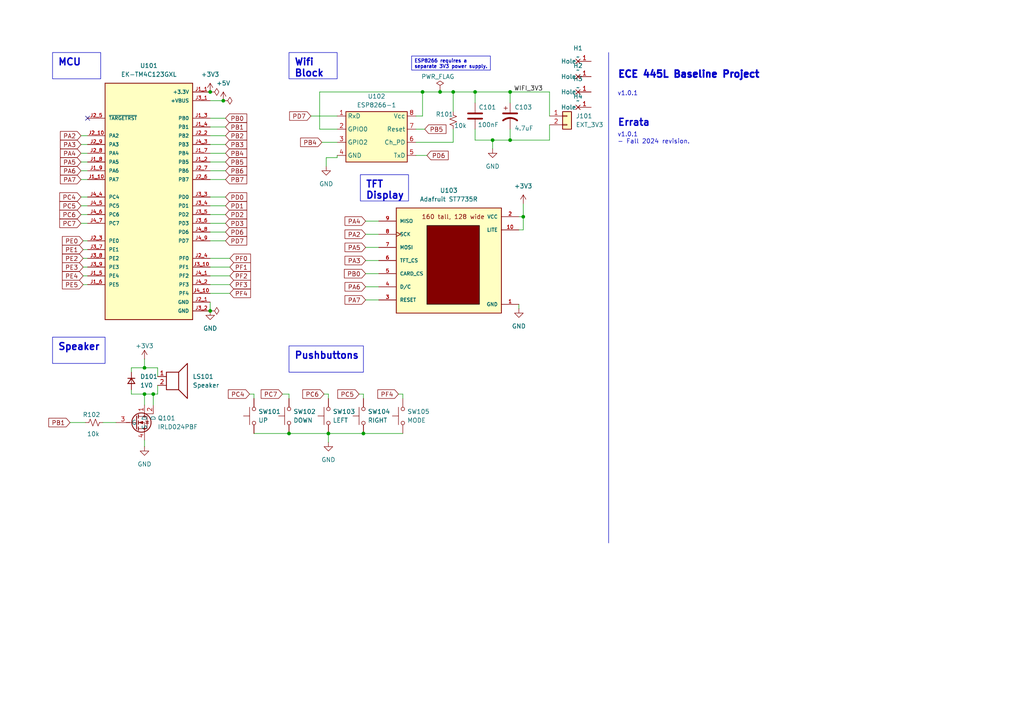
<source format=kicad_sch>
(kicad_sch (version 20231120) (generator "eeschema") (generator_version "8.0")
  (paper "A4")
  (title_block (title "ECE 445L Baseline Project") (date "2024-08-07") (rev "v1.0.1") (company "The University of Texas at Austin"))
  (lib_symbols
    (symbol "Connector_Generic:Conn_01x02" (pin_names (offset 1.016) hide)
      (property "Reference" "J" (at 0 2.54 0))
      (property "Value" "Conn_01x02" (at 0 -5.08 0))
      (symbol "Conn_01x02_1_1"
        (rectangle (start -1.27 -2.413) (end 0 -2.667) (stroke (width 0.1524)))
        (rectangle (start -1.27 0.127) (end 0 -0.127) (stroke (width 0.1524)))
        (rectangle (start -1.27 1.27) (end 1.27 -3.81) (stroke (width 0.254)) (fill (type background)))
        (pin passive line (at -5.08 0 0) (length 3.81) (name "Pin_1") (number "1"))
        (pin passive line (at -5.08 -2.54 0) (length 3.81) (name "Pin_2") (number "2"))
      )
    )
    (symbol "Device:D_Small" (pin_numbers hide) (pin_names (offset 0.254) hide)
      (property "Reference" "D" (at -1.27 2.032 0))
      (property "Value" "D_Small" (at -3.81 -2.032 0))
      (symbol "D_Small_0_1"
        (polyline (pts (xy -0.762 -1.016) (xy -0.762 1.016)) (stroke (width 0.254)))
        (polyline (pts (xy -0.762 0) (xy 0.762 0)))
        (polyline (pts (xy 0.762 -1.016) (xy -0.762 0) (xy 0.762 1.016) (xy 0.762 -1.016)) (stroke (width 0.254)))
      )
      (symbol "D_Small_1_1"
        (pin passive line (at -2.54 0 0) (length 1.778) (name "K") (number "1"))
        (pin passive line (at 2.54 0 180) (length 1.778) (name "A") (number "2"))
      )
    )
    (symbol "Device:Speaker" (pin_names (offset 0) hide)
      (property "Reference" "LS" (at 1.27 5.715 0))
      (property "Value" "Speaker" (at 1.27 3.81 0))
      (symbol "Speaker_0_0"
        (rectangle (start -2.54 1.27) (end 1.016 -3.81) (stroke (width 0.254)))
        (polyline (pts (xy 1.016 1.27) (xy 3.556 3.81) (xy 3.556 -6.35) (xy 1.016 -3.81)) (stroke (width 0.254)))
      )
      (symbol "Speaker_1_1"
        (pin input line (at -5.08 0 0) (length 2.54) (name "1") (number "1"))
        (pin input line (at -5.08 -2.54 0) (length 2.54) (name "2") (number "2"))
      )
    )
    (symbol "ECE445L:Adafruit_ST7735R" (pin_names (offset 1.016))
      (property "Reference" "U?" (at -15.24 16.002 0))
      (property "Value" "Adafruit ST7735R" (at -15.24 -17.78 0))
      (symbol "Adafruit_ST7735R_0_0"
        (rectangle (start -15.24 15.24) (end 15.24 -15.24) (stroke (width 0.254)) (fill (type background)))
      )
      (symbol "Adafruit_ST7735R_1_0"
        (pin power_in line (at 20.32 -12.7 180) (length 5.08) (name "GND") (number "1"))
        (pin power_in line (at 20.32 8.89 180) (length 5.08) (name "LITE") (number "10"))
        (pin power_in line (at 20.32 12.7 180) (length 5.08) (name "VCC") (number "2"))
        (pin input line (at -20.32 -11.43 0) (length 5.08) (name "RESET") (number "3"))
        (pin input line (at -20.32 -7.62 0) (length 5.08) (name "D/C") (number "4"))
        (pin input line (at -20.32 -3.81 0) (length 5.08) (name "CARD_CS") (number "5"))
        (pin input line (at -20.32 0 0) (length 5.08) (name "TFT_CS") (number "6"))
        (pin input line (at -20.32 3.81 0) (length 5.08) (name "MOSI") (number "7"))
        (pin input clock (at -20.32 7.62 0) (length 5.08) (name "SCK") (number "8"))
        (pin output line (at -20.32 11.43 0) (length 5.08) (name "MISO") (number "9"))
      )
      (symbol "Adafruit_ST7735R_1_1"
        (rectangle (start -6.35 10.16) (end 8.89 -12.7) (stroke (width 0) (color 0 0 0 1)) (fill (type color) (color 132 0 0 1)))
        (text "160 tall, 128 wide" (at 1.27 12.7 0) (effects (font (size 1.27 1.27))))
      )
    )
    (symbol "ECE445L:C" (pin_numbers hide) (pin_names (offset 0.254))
      (property "Reference" "C" (at 0.635 2.54 0))
      (property "Value" "C" (at 0.635 -2.54 0))
      (symbol "C_0_1"
        (polyline (pts (xy -2.032 -0.762) (xy 2.032 -0.762)) (stroke (width 0.508)))
        (polyline (pts (xy -2.032 0.762) (xy 2.032 0.762)) (stroke (width 0.508)))
      )
      (symbol "C_1_1"
        (pin passive line (at 0 3.81 270) (length 2.794) (name "~") (number "1"))
        (pin passive line (at 0 -3.81 90) (length 2.794) (name "~") (number "2"))
      )
    )
    (symbol "ECE445L:C_Polarized" (pin_numbers hide) (pin_names (offset 0.254) hide)
      (property "Reference" "C" (at 0.635 2.54 0))
      (property "Value" "C_Polarized" (at 0.635 -2.54 0))
      (symbol "C_Polarized_0_1"
        (polyline (pts (xy -2.032 0.762) (xy 2.032 0.762)) (stroke (width 0.508)))
        (polyline (pts (xy -1.778 2.286) (xy -0.762 2.286)))
        (polyline (pts (xy -1.27 1.778) (xy -1.27 2.794)))
        (arc (start 2.032 -1.27) (mid 0 -0.5572) (end -2.032 -1.27) (stroke (width 0.508)))
      )
      (symbol "C_Polarized_1_1"
        (pin passive line (at 0 3.81 270) (length 2.794) (name "~") (number "1"))
        (pin passive line (at 0 -3.81 90) (length 3.302) (name "~") (number "2"))
      )
    )
    (symbol "ECE445L:EK-TM4C123GXL" (pin_names (offset 1.016))
      (property "Reference" "U?" (at -12.7367 34.3099 0))
      (property "Value" "EK-TM4C123GXL" (at -12.7129 -38.1075 0))
      (symbol "EK-TM4C123GXL_0_0"
        (rectangle (start -12.7 -35.56) (end 12.7 33.02) (stroke (width 0.254)) (fill (type background)))
        (pin power_in line (at 17.78 30.48 180) (length 5.08) (name "+3.3V") (number "J1_1"))
        (pin bidirectional line (at -17.78 5.08 0) (length 5.08) (name "PA7") (number "J1_10"))
        (pin bidirectional line (at 17.78 22.86 180) (length 5.08) (name "PB0") (number "J1_3"))
        (pin bidirectional line (at 17.78 20.32 180) (length 5.08) (name "PB1") (number "J1_4"))
        (pin bidirectional line (at -17.78 -22.86 0) (length 5.08) (name "PE4") (number "J1_5"))
        (pin bidirectional line (at -17.78 -25.4 0) (length 5.08) (name "PE5") (number "J1_6"))
        (pin bidirectional line (at 17.78 12.7 180) (length 5.08) (name "PB4") (number "J1_7"))
        (pin bidirectional line (at -17.78 10.16 0) (length 5.08) (name "PA5") (number "J1_8"))
        (pin bidirectional line (at -17.78 7.62 0) (length 5.08) (name "PA6") (number "J1_9"))
        (pin power_in line (at 17.78 -30.48 180) (length 5.08) (name "GND") (number "J2_1"))
        (pin bidirectional line (at -17.78 17.78 0) (length 5.08) (name "PA2") (number "J2_10"))
        (pin bidirectional line (at 17.78 17.78 180) (length 5.08) (name "PB2") (number "J2_2"))
        (pin bidirectional line (at -17.78 -12.7 0) (length 5.08) (name "PE0") (number "J2_3"))
        (pin bidirectional line (at 17.78 -17.78 180) (length 5.08) (name "PF0") (number "J2_4"))
        (pin input line (at -17.78 22.86 0) (length 5.08) (name "~{TARGETRST}") (number "J2_5"))
        (pin bidirectional line (at 17.78 5.08 180) (length 5.08) (name "PB7") (number "J2_6"))
        (pin bidirectional line (at 17.78 7.62 180) (length 5.08) (name "PB6") (number "J2_7"))
        (pin bidirectional line (at -17.78 12.7 0) (length 5.08) (name "PA4") (number "J2_8"))
        (pin bidirectional line (at -17.78 15.24 0) (length 5.08) (name "PA3") (number "J2_9"))
        (pin power_in line (at 17.78 27.94 180) (length 5.08) (name "+VBUS") (number "J3_1"))
        (pin bidirectional line (at 17.78 -20.32 180) (length 5.08) (name "PF1") (number "J3_10"))
        (pin power_in line (at 17.78 -33.02 180) (length 5.08) (name "GND") (number "J3_2"))
        (pin bidirectional line (at 17.78 0 180) (length 5.08) (name "PD0") (number "J3_3"))
        (pin bidirectional line (at 17.78 -2.54 180) (length 5.08) (name "PD1") (number "J3_4"))
        (pin bidirectional line (at 17.78 -5.08 180) (length 5.08) (name "PD2") (number "J3_5"))
        (pin bidirectional line (at 17.78 -7.62 180) (length 5.08) (name "PD3") (number "J3_6"))
        (pin bidirectional line (at -17.78 -15.24 0) (length 5.08) (name "PE1") (number "J3_7"))
        (pin bidirectional line (at -17.78 -17.78 0) (length 5.08) (name "PE2") (number "J3_8"))
        (pin bidirectional line (at -17.78 -20.32 0) (length 5.08) (name "PE3") (number "J3_9"))
        (pin bidirectional line (at 17.78 -22.86 180) (length 5.08) (name "PF2") (number "J4_1"))
        (pin bidirectional line (at 17.78 -27.94 180) (length 5.08) (name "PF4") (number "J4_10"))
        (pin bidirectional line (at 17.78 -25.4 180) (length 5.08) (name "PF3") (number "J4_2"))
        (pin bidirectional line (at 17.78 15.24 180) (length 5.08) (name "PB3") (number "J4_3"))
        (pin bidirectional line (at -17.78 0 0) (length 5.08) (name "PC4") (number "J4_4"))
        (pin bidirectional line (at -17.78 -2.54 0) (length 5.08) (name "PC5") (number "J4_5"))
        (pin bidirectional line (at -17.78 -5.08 0) (length 5.08) (name "PC6") (number "J4_6"))
        (pin bidirectional line (at -17.78 -7.62 0) (length 5.08) (name "PC7") (number "J4_7"))
        (pin bidirectional line (at 17.78 -10.16 180) (length 5.08) (name "PD6") (number "J4_8"))
        (pin bidirectional line (at 17.78 -12.7 180) (length 5.08) (name "PD7") (number "J4_9"))
      )
      (symbol "EK-TM4C123GXL_1_0"
        (pin bidirectional line (at 17.78 10.16 180) (length 5.08) (name "PB5") (number "J1_2"))
      )
    )
    (symbol "ECE445L:ESP8266-1"
      (property "Reference" "U" (at 0 0 0))
      (property "Value" "ESP8266-1" (at 0 8.255 0))
      (symbol "ESP8266-1_1_1"
        (rectangle (start -8.255 6.985) (end 9.525 -7.62) (stroke (width 0.254)) (fill (type background)))
        (pin passive line (at -10.795 5.715 0) (length 2.54) (name "RxD") (number "1"))
        (pin passive line (at -10.795 1.905 0) (length 2.54) (name "GPIO0") (number "2"))
        (pin passive line (at -10.795 -1.905 0) (length 2.54) (name "GPIO2") (number "3"))
        (pin passive line (at -10.795 -5.715 0) (length 2.54) (name "GND") (number "4"))
        (pin passive line (at 12.065 -5.715 180) (length 2.54) (name "TxD") (number "5"))
        (pin passive line (at 12.065 -1.905 180) (length 2.54) (name "Ch_PD") (number "6"))
        (pin passive line (at 12.065 1.905 180) (length 2.54) (name "Reset") (number "7"))
        (pin passive line (at 12.065 5.715 180) (length 2.54) (name "Vcc") (number "8"))
      )
    )
    (symbol "ECE445L:IRLD024PBF"
      (property "Reference" "Q" (at 6.35 5.715 0))
      (property "Value" "IRLD024PBF" (at 16.51 -1.905 0))
      (symbol "IRLD024PBF_0_1"
        (polyline (pts (xy 11.43 0.635) (xy 8.636 0.635)))
        (polyline (pts (xy 11.684 2.54) (xy 11.684 -1.27)) (stroke (width 0.254)))
        (polyline (pts (xy 12.192 -0.635) (xy 12.192 -1.651)) (stroke (width 0.254)))
        (polyline (pts (xy 12.192 1.143) (xy 12.192 0.127)) (stroke (width 0.254)))
        (polyline (pts (xy 12.192 2.921) (xy 12.192 1.905)) (stroke (width 0.254)))
        (polyline (pts (xy 13.97 3.175) (xy 13.97 2.413)))
        (polyline (pts (xy 16.51 3.175) (xy 13.97 3.175)))
        (polyline (pts (xy 13.97 -1.905) (xy 13.97 0.635) (xy 12.192 0.635)))
        (polyline (pts (xy 12.192 -1.143) (xy 14.732 -1.143) (xy 14.732 2.413) (xy 12.192 2.413)))
        (polyline (pts (xy 12.446 0.635) (xy 13.462 1.016) (xy 13.462 0.254) (xy 12.446 0.635)) (fill (type outline)))
        (polyline (pts (xy 14.224 1.143) (xy 14.351 1.016) (xy 15.113 1.016) (xy 15.24 0.889)))
        (polyline (pts (xy 14.732 1.016) (xy 14.351 0.381) (xy 15.113 0.381) (xy 14.732 1.016)))
        (circle (center 13.081 0.635) (radius 2.794) (stroke (width 0.254)))
        (circle (center 13.97 -1.143) (radius 0.254) (fill (type outline)))
        (circle (center 13.97 2.413) (radius 0.254) (fill (type outline)))
      )
      (symbol "IRLD024PBF_1_1"
        (pin passive line (at 13.97 5.715 270) (length 2.54) (name "D") (number "1"))
        (pin passive line (at 16.51 5.715 270) (length 2.54) (name "D") (number "2"))
        (pin input line (at 5.715 0.635 0) (length 4) (name "G") (number "3"))
        (pin passive line (at 13.97 -4.445 90) (length 2.54) (name "S") (number "4"))
      )
    )
    (symbol "ECE445L:MountingHole"
      (property "Reference" "H" (at 0 0 0))
      (symbol "MountingHole_1_1"
        (pin power_in non_logic (at 0 0 180) (length 3.81) (name "Hole") (number "1"))
      )
    )
    (symbol "ECE445L:R_0.125W" (pin_numbers hide) (pin_names (offset 0.254) hide)
      (property "Reference" "R" (at 0.762 0.508 0))
      (property "Value" "R_0.125W" (at 0.762 -1.016 0))
      (symbol "R_0.125W_1_1"
        (polyline (pts (xy 0 0) (xy 1.016 -0.381) (xy 0 -0.762) (xy -1.016 -1.143) (xy 0 -1.524)))
        (polyline (pts (xy 0 1.524) (xy 1.016 1.143) (xy 0 0.762) (xy -1.016 0.381) (xy 0 0)))
        (pin passive line (at 0 2.54 270) (length 1.016) (name "~") (number "1"))
        (pin passive line (at 0 -2.54 90) (length 1.016) (name "~") (number "2"))
      )
    )
    (symbol "Switch:SW_Push" (pin_numbers hide) (pin_names (offset 1.016) hide)
      (property "Reference" "SW" (at 1.27 2.54 0))
      (property "Value" "SW_Push" (at 0 -1.524 0))
      (symbol "SW_Push_0_1"
        (circle (center -2.032 0) (radius 0.508))
        (polyline (pts (xy 0 1.27) (xy 0 3.048)))
        (polyline (pts (xy 2.54 1.27) (xy -2.54 1.27)))
        (circle (center 2.032 0) (radius 0.508))
        (pin passive line (at -5.08 0 0) (length 2.54) (name "1") (number "1"))
        (pin passive line (at 5.08 0 180) (length 2.54) (name "2") (number "2"))
      )
    )
    (symbol "power:+3V3" (power) (pin_numbers hide) (pin_names (offset 0) hide)
      (property "Value" "+3V3" (at 0 3.556 0))
      (symbol "+3V3_0_1"
        (polyline (pts (xy -0.762 1.27) (xy 0 2.54)))
        (polyline (pts (xy 0 0) (xy 0 2.54)))
        (polyline (pts (xy 0 2.54) (xy 0.762 1.27)))
      )
      (symbol "+3V3_1_1"
        (pin power_in line (at 0 0 90) (length 0) (name "~") (number "1"))
      )
    )
    (symbol "power:+5V" (power) (pin_numbers hide) (pin_names (offset 0) hide)
      (property "Value" "+5V" (at 0 3.556 0))
      (symbol "+5V_0_1"
        (polyline (pts (xy -0.762 1.27) (xy 0 2.54)))
        (polyline (pts (xy 0 0) (xy 0 2.54)))
        (polyline (pts (xy 0 2.54) (xy 0.762 1.27)))
      )
      (symbol "+5V_1_1"
        (pin power_in line (at 0 0 90) (length 0) (name "~") (number "1"))
      )
    )
    (symbol "power:GND" (power) (pin_numbers hide) (pin_names (offset 0) hide)
      (property "Value" "GND" (at 0 -3.81 0))
      (symbol "GND_0_1"
        (polyline (pts (xy 0 0) (xy 0 -1.27) (xy 1.27 -1.27) (xy 0 -2.54) (xy -1.27 -1.27) (xy 0 -1.27)))
      )
      (symbol "GND_1_1"
        (pin power_in line (at 0 0 270) (length 0) (name "~") (number "1"))
      )
    )
    (symbol "power:PWR_FLAG" (power) (pin_numbers hide) (pin_names (offset 0) hide)
      (property "Value" "PWR_FLAG" (at 0 3.81 0))
      (symbol "PWR_FLAG_0_0"
        (pin power_out line (at 0 0 90) (length 0) (name "~") (number "1"))
      )
      (symbol "PWR_FLAG_0_1"
        (polyline (pts (xy 0 0) (xy 0 1.27) (xy -1.016 1.905) (xy 0 2.54) (xy 1.016 1.905) (xy 0 1.27)))
      )
    )
  )
  (junction (at 60.96 26.67))
  (junction (at 95.25 125.73))
  (junction (at 127.635 26.67))
  (junction (at 147.955 26.67))
  (junction (at 41.91 106.68))
  (junction (at 44.45 114.3))
  (junction (at 122.555 26.67))
  (junction (at 137.795 26.67))
  (junction (at 147.955 40.64))
  (junction (at 60.96 90.17))
  (junction (at 41.91 114.3))
  (junction (at 142.875 40.64))
  (junction (at 131.445 26.67))
  (junction (at 83.82 125.73))
  (junction (at 105.41 125.73))
  (junction (at 151.765 62.865))
  (junction (at 64.77 29.21))
  (no_connect (at 25.4 34.29))
  (wire (pts (xy 60.96 41.91) (xy 65.405 41.91)))
  (wire (pts (xy 106.045 71.755) (xy 109.855 71.755)))
  (wire (pts (xy 93.345 41.275) (xy 97.79 41.275)))
  (wire (pts (xy 81.915 114.3) (xy 83.82 114.3)))
  (wire (pts (xy 73.66 114.3) (xy 73.66 115.57)))
  (wire (pts (xy 116.84 114.3) (xy 116.84 115.57)))
  (wire (pts (xy 60.96 52.07) (xy 65.405 52.07)))
  (wire (pts (xy 60.96 36.83) (xy 65.405 36.83)))
  (wire (pts (xy 95.25 125.73) (xy 95.25 128.27)))
  (wire (pts (xy 20.32 122.555) (xy 24.765 122.555)))
  (wire (pts (xy 38.1 106.68) (xy 41.91 106.68)))
  (wire (pts (xy 94.615 45.72) (xy 94.615 48.26)))
  (wire (pts (xy 106.045 79.375) (xy 109.855 79.375)))
  (wire (pts (xy 60.96 69.85) (xy 65.405 69.85)))
  (wire (pts (xy 131.445 41.275) (xy 131.445 37.465)))
  (wire (pts (xy 23.495 64.77) (xy 25.4 64.77)))
  (wire (pts (xy 147.955 40.64) (xy 159.385 40.64)))
  (wire (pts (xy 120.65 45.085) (xy 123.825 45.085)))
  (wire (pts (xy 60.96 77.47) (xy 66.675 77.47)))
  (wire (pts (xy 45.72 111.76) (xy 45.72 114.3)))
  (wire (pts (xy 92.71 26.67) (xy 92.71 37.465)))
  (wire (pts (xy 106.045 75.565) (xy 109.855 75.565)))
  (wire (pts (xy 24.13 77.47) (xy 25.4 77.47)))
  (wire (pts (xy 73.66 125.73) (xy 83.82 125.73)))
  (wire (pts (xy 23.495 62.23) (xy 25.4 62.23)))
  (wire (pts (xy 97.79 45.72) (xy 94.615 45.72)))
  (wire (pts (xy 23.495 41.91) (xy 25.4 41.91)))
  (wire (pts (xy 142.875 40.64) (xy 137.795 40.64)))
  (wire (pts (xy 41.91 104.14) (xy 41.91 106.68)))
  (wire (pts (xy 29.845 122.555) (xy 33.655 122.555)))
  (wire (pts (xy 60.96 39.37) (xy 65.405 39.37)))
  (wire (pts (xy 60.96 87.63) (xy 60.96 90.17)))
  (wire (pts (xy 41.91 114.3) (xy 44.45 114.3)))
  (wire (pts (xy 131.445 26.67) (xy 127.635 26.67)))
  (wire (pts (xy 24.13 72.39) (xy 25.4 72.39)))
  (wire (pts (xy 72.39 114.3) (xy 73.66 114.3)))
  (wire (pts (xy 38.1 106.68) (xy 38.1 107.95)))
  (wire (pts (xy 60.96 85.09) (xy 66.675 85.09)))
  (wire (pts (xy 24.13 69.85) (xy 25.4 69.85)))
  (wire (pts (xy 38.1 114.3) (xy 41.91 114.3)))
  (wire (pts (xy 127.635 26.035) (xy 127.635 26.67)))
  (wire (pts (xy 23.495 49.53) (xy 25.4 49.53)))
  (wire (pts (xy 60.96 80.01) (xy 66.675 80.01)))
  (wire (pts (xy 120.65 33.655) (xy 122.555 33.655)))
  (wire (pts (xy 60.96 34.29) (xy 65.405 34.29)))
  (wire (pts (xy 151.765 59.055) (xy 151.765 62.865)))
  (wire (pts (xy 115.57 114.3) (xy 116.84 114.3)))
  (wire (pts (xy 24.13 80.01) (xy 25.4 80.01)))
  (wire (pts (xy 106.045 67.945) (xy 109.855 67.945)))
  (wire (pts (xy 83.82 114.3) (xy 83.82 115.57)))
  (wire (pts (xy 97.79 45.085) (xy 97.79 45.72)))
  (wire (pts (xy 23.495 39.37) (xy 25.4 39.37)))
  (wire (pts (xy 83.82 125.73) (xy 95.25 125.73)))
  (wire (pts (xy 104.14 114.3) (xy 105.41 114.3)))
  (wire (pts (xy 120.65 37.465) (xy 123.19 37.465)))
  (wire (pts (xy 23.495 44.45) (xy 25.4 44.45)))
  (wire (pts (xy 90.17 33.655) (xy 97.79 33.655)))
  (wire (pts (xy 60.96 29.21) (xy 64.77 29.21)))
  (wire (pts (xy 142.875 40.64) (xy 147.955 40.64)))
  (wire (pts (xy 137.795 26.67) (xy 131.445 26.67)))
  (wire (pts (xy 106.045 64.135) (xy 109.855 64.135)))
  (polyline (pts (xy 176.53 15.24) (xy 176.53 157.48)))
  (wire (pts (xy 24.13 82.55) (xy 25.4 82.55)))
  (wire (pts (xy 23.495 52.07) (xy 25.4 52.07)))
  (wire (pts (xy 106.045 83.185) (xy 109.855 83.185)))
  (wire (pts (xy 151.765 66.675) (xy 151.765 62.865)))
  (wire (pts (xy 147.955 26.67) (xy 137.795 26.67)))
  (wire (pts (xy 106.045 86.995) (xy 109.855 86.995)))
  (wire (pts (xy 44.45 114.3) (xy 45.72 114.3)))
  (wire (pts (xy 23.495 46.99) (xy 25.4 46.99)))
  (wire (pts (xy 93.98 114.3) (xy 95.25 114.3)))
  (wire (pts (xy 127.635 26.67) (xy 122.555 26.67)))
  (wire (pts (xy 105.41 125.73) (xy 116.84 125.73)))
  (wire (pts (xy 150.495 66.675) (xy 151.765 66.675)))
  (wire (pts (xy 137.795 40.64) (xy 137.795 37.465)))
  (wire (pts (xy 159.385 36.195) (xy 159.385 40.64)))
  (wire (pts (xy 97.79 37.465) (xy 92.71 37.465)))
  (wire (pts (xy 60.96 64.77) (xy 65.405 64.77)))
  (wire (pts (xy 150.495 88.265) (xy 150.495 89.535)))
  (wire (pts (xy 137.795 26.67) (xy 137.795 29.845)))
  (wire (pts (xy 120.65 41.275) (xy 131.445 41.275)))
  (wire (pts (xy 41.91 114.3) (xy 41.91 117.475)))
  (wire (pts (xy 142.875 43.18) (xy 142.875 40.64)))
  (wire (pts (xy 95.25 114.3) (xy 95.25 115.57)))
  (wire (pts (xy 122.555 33.655) (xy 122.555 26.67)))
  (wire (pts (xy 60.96 82.55) (xy 66.675 82.55)))
  (wire (pts (xy 60.96 74.93) (xy 66.675 74.93)))
  (wire (pts (xy 105.41 114.3) (xy 105.41 115.57)))
  (wire (pts (xy 95.25 125.73) (xy 105.41 125.73)))
  (wire (pts (xy 131.445 26.67) (xy 131.445 32.385)))
  (wire (pts (xy 44.45 114.3) (xy 44.45 117.475)))
  (wire (pts (xy 60.96 44.45) (xy 65.405 44.45)))
  (wire (pts (xy 60.96 67.31) (xy 65.405 67.31)))
  (wire (pts (xy 60.96 57.15) (xy 65.405 57.15)))
  (wire (pts (xy 23.495 57.15) (xy 25.4 57.15)))
  (wire (pts (xy 45.72 106.68) (xy 45.72 109.22)))
  (wire (pts (xy 41.91 127.635) (xy 41.91 129.54)))
  (wire (pts (xy 147.955 40.64) (xy 147.955 37.465)))
  (wire (pts (xy 60.96 59.69) (xy 65.405 59.69)))
  (wire (pts (xy 147.955 26.67) (xy 147.955 29.845)))
  (wire (pts (xy 122.555 26.67) (xy 92.71 26.67)))
  (wire (pts (xy 23.495 59.69) (xy 25.4 59.69)))
  (wire (pts (xy 60.96 46.99) (xy 65.405 46.99)))
  (wire (pts (xy 159.385 26.67) (xy 159.385 33.655)))
  (wire (pts (xy 150.495 62.865) (xy 151.765 62.865)))
  (wire (pts (xy 60.96 62.23) (xy 65.405 62.23)))
  (wire (pts (xy 41.91 106.68) (xy 45.72 106.68)))
  (wire (pts (xy 60.96 49.53) (xy 65.405 49.53)))
  (wire (pts (xy 24.13 74.93) (xy 25.4 74.93)))
  (wire (pts (xy 159.385 26.67) (xy 147.955 26.67)))
  (wire (pts (xy 38.1 114.3) (xy 38.1 113.03)))
  (text_box "MCU" (at 15.24 15.24 0) (size 13.97 7.62) (effects (font (size 2 2) (thickness 0.4) (bold yes)) (justify left top)))
  (text_box "ESP8266 requires a separate 3V3 power supply." (at 119.38 16.256 0) (size 22.86 4.064) (effects (font (size 1 1) (bold yes)) (justify left top)))
  (text_box "Speaker" (at 15.24 97.79 0) (size 15.24 7.62) (effects (font (size 2 2) (thickness 0.4) (bold yes)) (justify left top)))
  (text_box "Pushbuttons" (at 83.82 100.33 0) (size 21.59 7.62) (effects (font (size 2 2) (thickness 0.4) (bold yes)) (justify left top)))
  (text_box "TFT Display" (at 104.521 50.673 0) (size 13.97 7.62) (effects (font (size 2 2) (thickness 0.4) (bold yes)) (justify left top)))
  (text_box "Wifi Block" (at 83.82 15.24 0) (size 13.97 7.62) (effects (font (size 2 2) (thickness 0.4) (bold yes)) (justify left top)))
  (text "v1.0.1\n- Fall 2024 revision." (at 179.07 41.91 0) (effects (font (size 1.27 1.27)) (justify left bottom)))
  (text "ECE 445L Baseline Project" (at 179.07 22.86 0) (effects (font (size 2 2) (thickness 0.6) (bold yes)) (justify left bottom)))
  (text "v1.0.1" (at 179.07 27.94 0) (effects (font (size 1.27 1.27)) (justify left bottom)))
  (text "Errata" (at 179.07 36.83 0) (effects (font (size 2 2) (thickness 0.4) (bold yes)) (justify left bottom)))
  (label "WIFI_3V3" (at 157.48 26.67 180))
  (global_label "PC5" (shape input) (at 23.495 59.69 180) (property "Intersheetrefs" "${INTERSHEET_REFS}" (effects (hide yes))))
  (global_label "PB6" (shape input) (at 65.405 49.53 0) (property "Intersheetrefs" "${INTERSHEET_REFS}" (effects (hide yes))))
  (global_label "PB2" (shape input) (at 65.405 39.37 0) (property "Intersheetrefs" "${INTERSHEET_REFS}" (effects (hide yes))))
  (global_label "PA7" (shape input) (at 23.495 52.07 180) (property "Intersheetrefs" "${INTERSHEET_REFS}" (effects (hide yes))))
  (global_label "PA4" (shape input) (at 23.495 44.45 180) (property "Intersheetrefs" "${INTERSHEET_REFS}" (effects (hide yes))))
  (global_label "PB5" (shape input) (at 65.405 46.99 0) (property "Intersheetrefs" "${INTERSHEET_REFS}" (effects (hide yes))))
  (global_label "PB3" (shape input) (at 65.405 41.91 0) (property "Intersheetrefs" "${INTERSHEET_REFS}" (effects (hide yes))))
  (global_label "PD7" (shape input) (at 65.405 69.85 0) (property "Intersheetrefs" "${INTERSHEET_REFS}" (effects (hide yes))))
  (global_label "PE0" (shape input) (at 24.13 69.85 180) (property "Intersheetrefs" "${INTERSHEET_REFS}" (effects (hide yes))))
  (global_label "PD1" (shape input) (at 65.405 59.69 0) (property "Intersheetrefs" "${INTERSHEET_REFS}" (effects (hide yes))))
  (global_label "PF4" (shape input) (at 66.675 85.09 0) (property "Intersheetrefs" "${INTERSHEET_REFS}" (effects (hide yes))))
  (global_label "PE3" (shape input) (at 24.13 77.47 180) (property "Intersheetrefs" "${INTERSHEET_REFS}" (effects (hide yes))))
  (global_label "PC7" (shape input) (at 23.495 64.77 180) (property "Intersheetrefs" "${INTERSHEET_REFS}" (effects (hide yes))))
  (global_label "PA2" (shape input) (at 106.045 67.945 180) (property "Intersheetrefs" "${INTERSHEET_REFS}" (effects (hide yes))))
  (global_label "PD7" (shape input) (at 90.17 33.655 180) (property "Intersheetrefs" "${INTERSHEET_REFS}" (effects (hide yes))))
  (global_label "PB4" (shape input) (at 93.345 41.275 180) (property "Intersheetrefs" "${INTERSHEET_REFS}" (effects (hide yes))))
  (global_label "PC7" (shape input) (at 81.915 114.3 180) (property "Intersheetrefs" "${INTERSHEET_REFS}" (effects (hide yes))))
  (global_label "PE2" (shape input) (at 24.13 74.93 180) (property "Intersheetrefs" "${INTERSHEET_REFS}" (effects (hide yes))))
  (global_label "PA3" (shape input) (at 23.495 41.91 180) (property "Intersheetrefs" "${INTERSHEET_REFS}" (effects (hide yes))))
  (global_label "PE4" (shape input) (at 24.13 80.01 180) (property "Intersheetrefs" "${INTERSHEET_REFS}" (effects (hide yes))))
  (global_label "PC4" (shape input) (at 23.495 57.15 180) (property "Intersheetrefs" "${INTERSHEET_REFS}" (effects (hide yes))))
  (global_label "PB0" (shape input) (at 65.405 34.29 0) (property "Intersheetrefs" "${INTERSHEET_REFS}" (effects (hide yes))))
  (global_label "PE1" (shape input) (at 24.13 72.39 180) (property "Intersheetrefs" "${INTERSHEET_REFS}" (effects (hide yes))))
  (global_label "PF3" (shape input) (at 66.675 82.55 0) (property "Intersheetrefs" "${INTERSHEET_REFS}" (effects (hide yes))))
  (global_label "PC4" (shape input) (at 72.39 114.3 180) (property "Intersheetrefs" "${INTERSHEET_REFS}" (effects (hide yes))))
  (global_label "PD3" (shape input) (at 65.405 64.77 0) (property "Intersheetrefs" "${INTERSHEET_REFS}" (effects (hide yes))))
  (global_label "PC6" (shape input) (at 93.98 114.3 180) (property "Intersheetrefs" "${INTERSHEET_REFS}" (effects (hide yes))))
  (global_label "PD0" (shape input) (at 65.405 57.15 0) (property "Intersheetrefs" "${INTERSHEET_REFS}" (effects (hide yes))))
  (global_label "PB7" (shape input) (at 65.405 52.07 0) (property "Intersheetrefs" "${INTERSHEET_REFS}" (effects (hide yes))))
  (global_label "PD6" (shape input) (at 123.825 45.085 0) (property "Intersheetrefs" "${INTERSHEET_REFS}" (effects (hide yes))))
  (global_label "PA2" (shape input) (at 23.495 39.37 180) (property "Intersheetrefs" "${INTERSHEET_REFS}" (effects (hide yes))))
  (global_label "PA7" (shape input) (at 106.045 86.995 180) (property "Intersheetrefs" "${INTERSHEET_REFS}" (effects (hide yes))))
  (global_label "PB1" (shape input) (at 20.32 122.555 180) (property "Intersheetrefs" "${INTERSHEET_REFS}" (effects (hide yes))))
  (global_label "PA6" (shape input) (at 106.045 83.185 180) (property "Intersheetrefs" "${INTERSHEET_REFS}" (effects (hide yes))))
  (global_label "PF0" (shape input) (at 66.675 74.93 0) (property "Intersheetrefs" "${INTERSHEET_REFS}" (effects (hide yes))))
  (global_label "PC6" (shape input) (at 23.495 62.23 180) (property "Intersheetrefs" "${INTERSHEET_REFS}" (effects (hide yes))))
  (global_label "PC5" (shape input) (at 104.14 114.3 180) (property "Intersheetrefs" "${INTERSHEET_REFS}" (effects (hide yes))))
  (global_label "PE5" (shape input) (at 24.13 82.55 180) (property "Intersheetrefs" "${INTERSHEET_REFS}" (effects (hide yes))))
  (global_label "PF4" (shape input) (at 115.57 114.3 180) (property "Intersheetrefs" "${INTERSHEET_REFS}" (effects (hide yes))))
  (global_label "PB5" (shape input) (at 123.19 37.465 0) (property "Intersheetrefs" "${INTERSHEET_REFS}" (effects (hide yes))))
  (global_label "PA3" (shape input) (at 106.045 75.565 180) (property "Intersheetrefs" "${INTERSHEET_REFS}" (effects (hide yes))))
  (global_label "PD6" (shape input) (at 65.405 67.31 0) (property "Intersheetrefs" "${INTERSHEET_REFS}" (effects (hide yes))))
  (global_label "PA4" (shape input) (at 106.045 64.135 180) (property "Intersheetrefs" "${INTERSHEET_REFS}" (effects (hide yes))))
  (global_label "PF1" (shape input) (at 66.675 77.47 0) (property "Intersheetrefs" "${INTERSHEET_REFS}" (effects (hide yes))))
  (global_label "PB1" (shape input) (at 65.405 36.83 0) (property "Intersheetrefs" "${INTERSHEET_REFS}" (effects (hide yes))))
  (global_label "PA6" (shape input) (at 23.495 49.53 180) (property "Intersheetrefs" "${INTERSHEET_REFS}" (effects (hide yes))))
  (global_label "PA5" (shape input) (at 106.045 71.755 180) (property "Intersheetrefs" "${INTERSHEET_REFS}" (effects (hide yes))))
  (global_label "PD2" (shape input) (at 65.405 62.23 0) (property "Intersheetrefs" "${INTERSHEET_REFS}" (effects (hide yes))))
  (global_label "PF2" (shape input) (at 66.675 80.01 0) (property "Intersheetrefs" "${INTERSHEET_REFS}" (effects (hide yes))))
  (global_label "PB0" (shape input) (at 106.045 79.375 180) (property "Intersheetrefs" "${INTERSHEET_REFS}" (effects (hide yes))))
  (global_label "PB4" (shape input) (at 65.405 44.45 0) (property "Intersheetrefs" "${INTERSHEET_REFS}" (effects (hide yes))))
  (global_label "PA5" (shape input) (at 23.495 46.99 180) (property "Intersheetrefs" "${INTERSHEET_REFS}" (effects (hide yes))))
  (symbol (lib_id "power:PWR_FLAG") (at 60.96 90.17 270) (unit 1)
    (property "Reference" "#FLG0102" (effects (hide yes)))
    (property "Value" "PWR_FLAG" (effects (hide yes)))
    (property "Description" "Special symbol for telling ERC where power comes from" (effects (hide yes)))
  )
  (symbol (lib_id "Device:D_Small") (at 38.1 110.49 270) (unit 1)
    (property "Reference" "D101" (at 40.64 109.22 90) (effects (justify left)))
    (property "Value" "1V0" (at 40.64 111.76 90) (effects (justify left)))
    (property "Footprint" "Diode_THT:D_5W_P12.70mm_Horizontal" (effects (hide yes)))
    (property "Description" "Diode, small symbol" (effects (hide yes)))
    (property "Cost" "0.10 " (effects (hide yes)))
    (property "Distributor" "Mouser" (effects (hide yes)))
    (property "Manufacturer" "onsemi" (effects (hide yes)))
    (property "P/N" "1N914 " (effects (hide yes)))
    (property "Sim.Device" "D" (effects (hide yes)))
    (property "Sim.Pins" "1=K 2=A" (effects (hide yes)))
  )
  (symbol (lib_id "ECE445L:EK-TM4C123GXL") (at 43.18 57.15 0) (unit 1)
    (property "Reference" "U101" (at 43.18 19.05 0))
    (property "Value" "EK-TM4C123GXL" (at 43.18 21.59 0))
    (property "Footprint" "ECE445L:ti_EKTM4C123GXL" (effects (hide yes)))
    (property "Datasheet" "https://www.ti.com/lit/ds/symlink/tm4c123gh6pm.pdf?ts=1693244962384&ref_url=https%253A%252F%252Fwww.google.com%252F" (effects (hide yes)))
    (property "Distributor" "Mouser" (effects (hide yes)))
    (property "Manufacturer" "Texas Instruments" (effects (hide yes)))
    (property "P/N" "EK-TM4C123GXL" (effects (hide yes)))
    (property "Cost" "22.60" (effects (hide yes)))
  )
  (symbol (lib_id "ECE445L:IRLD024PBF") (at 27.94 123.19 0) (unit 1)
    (property "Reference" "Q101" (at 45.72 121.2849 0) (effects (justify left)))
    (property "Value" "IRLD024PBF" (at 45.72 123.8249 0) (effects (justify left)))
    (property "Footprint" "ECE445L:DIP920W60P254L490H457Q4N" (effects (hide yes)))
    (property "Datasheet" "http://www.vishay.com/docs/91308/sihld24.pdf" (effects (hide yes)))
    (property "Description" "Vishay IRLD024PBF N-channel MOSFET Transistor, 2.5 A, 60 V, 4-Pin HVMDIP" (effects (hide yes)))
    (property "Cost" "1.67" (effects (hide yes)))
    (property "Distributor" "Mouser" (effects (hide yes)))
    (property "Manufacturer" "Vishay" (effects (hide yes)))
    (property "P/N" "IRLD024PBF" (effects (hide yes)))
    (property "Sim.Device" "NMOS" (effects (hide yes)))
    (property "Sim.Type" "VDMOS" (effects (hide yes)))
    (property "Sim.Pins" "1=D 2=G 3=S" (effects (hide yes)))
    (property "Height" "4.57" (effects (hide yes)))
    (property "Mouser Part Number" "844-IRLD024PBF" (effects (hide yes)))
    (property "Mouser Price/Stock" "https://www.mouser.co.uk/ProductDetail/Vishay-Siliconix/IRLD024PBF?qs=cvaI6ThkwxvrmVanJu5OcQ%3D%3D" (effects (hide yes)))
    (property "Manufacturer_Name" "Vishay" (effects (hide yes)))
    (property "Manufacturer_Part_Number" "IRLD024PBF" (effects (hide yes)))
  )
  (symbol (lib_id "power:PWR_FLAG") (at 64.77 29.21 270) (unit 1)
    (property "Reference" "#FLG0103" (effects (hide yes)))
    (property "Value" "PWR_FLAG" (effects (hide yes)))
    (property "Description" "Special symbol for telling ERC where power comes from" (effects (hide yes)))
  )
  (symbol (lib_id "Switch:SW_Push") (at 73.66 120.65 90) (unit 1)
    (property "Reference" "SW101" (at 74.93 119.38 90) (effects (justify right)))
    (property "Value" "UP" (at 74.93 121.92 90) (effects (justify right)))
    (property "Footprint" "Button_Switch_THT:SW_PUSH_6mm" (effects (hide yes)))
    (property "Description" "Push button switch, generic, two pins" (effects (hide yes)))
  )
  (symbol (lib_id "ECE445L:MountingHole") (at 171.45 22.225 0) (unit 1)
    (property "Reference" "H2" (at 167.64 19.05 0))
    (property "Value" "~" (at 167.64 20.32 0))
    (property "Footprint" "ECE445L:MountingHole_4_40" (effects (hide yes)))
    (property "Description" "Drill hole for 4-40 screw" (effects (hide yes)))
  )
  (symbol (lib_id "Connector_Generic:Conn_01x02") (at 164.465 33.655 0) (unit 1)
    (property "Reference" "J101" (at 167.005 33.655 0) (effects (justify left)))
    (property "Value" "EXT_3V3" (at 167.005 36.195 0) (effects (justify left)))
    (property "Footprint" "Connector_Samtec_HPM_THT:Samtec_HPM-02-01-x-S_Straight_1x02_Pitch5.08mm" (effects (hide yes)))
    (property "Description" "Generic connector, single row, 01x02, script generated (kicad-library-utils/schlib/autogen/connector/)" (effects (hide yes)))
  )
  (symbol (lib_id "ECE445L:C_Polarized") (at 147.955 33.655 0) (unit 1)
    (property "Reference" "C103" (at 149.225 31.115 0) (effects (justify left)))
    (property "Value" "4.7uF" (at 149.225 37.211 0) (effects (justify left)))
    (property "Footprint" "ECE445L:CP_Radial_Tantal200mil" (effects (hide yes)))
    (property "Description" "Polarized capacitor, US symbol" (effects (hide yes)))
  )
  (symbol (lib_id "power:GND") (at 94.615 48.26 0) (unit 1)
    (property "Reference" "#PWR03" (effects (hide yes)))
    (property "Value" "GND" (at 94.615 53.34 0))
    (property "Description" "Power symbol creates a global label with name \"GND\" , ground" (effects (hide yes)))
  )
  (symbol (lib_id "power:+5V") (at 64.77 29.21 0) (unit 1)
    (property "Reference" "#PWR0105" (effects (hide yes)))
    (property "Value" "+5V" (at 64.77 24.13 0))
    (property "Description" "Power symbol creates a global label with name \"+5V\"" (effects (hide yes)))
  )
  (symbol (lib_id "power:GND") (at 95.25 128.27 0) (unit 1)
    (property "Reference" "#PWR0107" (effects (hide yes)))
    (property "Value" "GND" (at 95.25 133.35 0))
    (property "Description" "Power symbol creates a global label with name \"GND\" , ground" (effects (hide yes)))
  )
  (symbol (lib_id "power:GND") (at 150.495 89.535 0) (unit 1)
    (property "Reference" "#PWR02" (effects (hide yes)))
    (property "Value" "GND" (at 150.495 94.615 0))
    (property "Description" "Power symbol creates a global label with name \"GND\" , ground" (effects (hide yes)))
  )
  (symbol (lib_id "ECE445L:C") (at 137.795 33.655 0) (unit 1)
    (property "Reference" "C101" (at 138.811 31.115 0) (effects (justify left)))
    (property "Value" "100nF" (at 138.557 36.195 0) (effects (justify left)))
    (property "Footprint" "ECE445L:C_Axial_200mil" (effects (hide yes)))
    (property "Description" "Unpolarized capacitor" (effects (hide yes)))
  )
  (symbol (lib_id "ECE445L:MountingHole") (at 171.45 26.67 0) (unit 1)
    (property "Reference" "H3" (at 167.64 22.86 0))
    (property "Value" "~" (at 167.64 25.4 0))
    (property "Footprint" "ECE445L:MountingHole_4_40" (effects (hide yes)))
    (property "Description" "Drill hole for 4-40 screw" (effects (hide yes)))
  )
  (symbol (lib_id "ECE445L:R_0.125W") (at 131.445 34.925 0) (unit 1)
    (property "Reference" "R101" (at 126.365 33.147 0) (effects (justify left)))
    (property "Value" "10k" (at 131.699 36.449 0) (effects (justify left)))
    (property "Footprint" "ECE445L:R_Axial_DIN0204_L3.6mm_D1.6mm_P7.62mm_Horizontal" (effects (hide yes)))
    (property "Datasheet" "https://users.ece.utexas.edu/~valvano/mspm0/CarbonFilmresistors.pdf" (effects (hide yes)))
    (property "Description" "Resistor, small US symbol" (effects (hide yes)))
  )
  (symbol (lib_id "power:+3V3") (at 151.765 59.055 0) (unit 1)
    (property "Reference" "#PWR01" (effects (hide yes)))
    (property "Value" "+3V3" (at 151.765 53.975 0))
    (property "Description" "Power symbol creates a global label with name \"+3V3\"" (effects (hide yes)))
  )
  (symbol (lib_id "Switch:SW_Push") (at 83.82 120.65 90) (unit 1)
    (property "Reference" "SW102" (at 85.09 119.38 90) (effects (justify right)))
    (property "Value" "DOWN" (at 85.09 121.92 90) (effects (justify right)))
    (property "Footprint" "Button_Switch_THT:SW_PUSH_6mm" (effects (hide yes)))
    (property "Description" "Push button switch, generic, two pins" (effects (hide yes)))
  )
  (symbol (lib_id "power:GND") (at 142.875 43.18 0) (unit 1)
    (property "Reference" "#PWR0108" (effects (hide yes)))
    (property "Value" "GND" (at 142.875 48.26 0))
    (property "Description" "Power symbol creates a global label with name \"GND\" , ground" (effects (hide yes)))
  )
  (symbol (lib_id "Switch:SW_Push") (at 95.25 120.65 90) (unit 1)
    (property "Reference" "SW103" (at 96.52 119.38 90) (effects (justify right)))
    (property "Value" "LEFT" (at 96.52 121.92 90) (effects (justify right)))
    (property "Footprint" "Button_Switch_THT:SW_PUSH_6mm" (effects (hide yes)))
    (property "Description" "Push button switch, generic, two pins" (effects (hide yes)))
  )
  (symbol (lib_id "Switch:SW_Push") (at 105.41 120.65 90) (unit 1)
    (property "Reference" "SW104" (at 106.68 119.38 90) (effects (justify right)))
    (property "Value" "RIGHT" (at 106.68 121.92 90) (effects (justify right)))
    (property "Footprint" "Button_Switch_THT:SW_PUSH_6mm" (effects (hide yes)))
    (property "Description" "Push button switch, generic, two pins" (effects (hide yes)))
  )
  (symbol (lib_id "power:+3V3") (at 60.96 26.67 0) (unit 1)
    (property "Reference" "#PWR0103" (effects (hide yes)))
    (property "Value" "+3V3" (at 60.96 21.59 0))
    (property "Description" "Power symbol creates a global label with name \"+3V3\"" (effects (hide yes)))
  )
  (symbol (lib_id "Switch:SW_Push") (at 116.84 120.65 90) (unit 1)
    (property "Reference" "SW105" (at 118.11 119.38 90) (effects (justify right)))
    (property "Value" "MODE" (at 118.11 121.92 90) (effects (justify right)))
    (property "Footprint" "Button_Switch_THT:SW_PUSH_6mm" (effects (hide yes)))
    (property "Description" "Push button switch, generic, two pins" (effects (hide yes)))
  )
  (symbol (lib_id "power:GND") (at 41.91 129.54 0) (unit 1)
    (property "Reference" "#PWR0102" (effects (hide yes)))
    (property "Value" "GND" (at 41.91 134.62 0))
    (property "Description" "Power symbol creates a global label with name \"GND\" , ground" (effects (hide yes)))
  )
  (symbol (lib_id "power:PWR_FLAG") (at 60.96 26.67 270) (unit 1)
    (property "Reference" "#FLG0101" (effects (hide yes)))
    (property "Value" "PWR_FLAG" (effects (hide yes)))
    (property "Description" "Special symbol for telling ERC where power comes from" (effects (hide yes)))
  )
  (symbol (lib_id "Device:Speaker") (at 50.8 109.22 0) (unit 1)
    (property "Reference" "LS101" (at 55.88 109.22 0) (effects (justify left)))
    (property "Value" "Speaker" (at 55.88 111.76 0) (effects (justify left)))
    (property "Footprint" "Connector_PinHeader_2.54mm:PinHeader_1x02_P2.54mm_Vertical" (effects (hide yes)))
    (property "Description" "Speaker" (effects (hide yes)))
  )
  (symbol (lib_id "power:PWR_FLAG") (at 127.635 26.035 0) (unit 1)
    (property "Reference" "#FLG0104" (effects (hide yes)))
    (property "Value" "PWR_FLAG" (at 127 22.225 0))
    (property "Description" "Special symbol for telling ERC where power comes from" (effects (hide yes)))
  )
  (symbol (lib_id "power:GND") (at 60.96 90.17 0) (unit 1)
    (property "Reference" "#PWR0104" (effects (hide yes)))
    (property "Value" "GND" (at 60.96 95.25 0))
    (property "Description" "Power symbol creates a global label with name \"GND\" , ground" (effects (hide yes)))
  )
  (symbol (lib_id "ECE445L:MountingHole") (at 171.45 17.78 0) (unit 1)
    (property "Reference" "H1" (at 167.64 13.97 0))
    (property "Value" "~" (at 167.64 16.51 0))
    (property "Footprint" "ECE445L:MountingHole_4_40" (effects (hide yes)))
    (property "Description" "Drill hole for 4-40 screw" (effects (hide yes)))
  )
  (symbol (lib_id "ECE445L:ESP8266-1") (at 108.585 39.37 0) (unit 1)
    (property "Reference" "U102" (at 109.22 27.94 0))
    (property "Value" "ESP8266-1" (at 109.22 30.48 0))
    (property "Footprint" "ECE445L:PinHeader_2x04_P2.54mm_Vertical" (effects (hide yes)))
    (property "Datasheet" "https://www.microchip.ua/wireless/esp01.pdf" (effects (hide yes)))
    (property "Description" "Wifi module" (effects (hide yes)))
  )
  (symbol (lib_id "ECE445L:MountingHole") (at 171.45 31.115 0) (unit 1)
    (property "Reference" "H4" (at 167.64 27.94 0))
    (property "Value" "~" (at 167.64 29.21 0))
    (property "Footprint" "ECE445L:MountingHole_4_40" (effects (hide yes)))
    (property "Description" "Drill hole for 4-40 screw" (effects (hide yes)))
  )
  (symbol (lib_id "ECE445L:R_0.125W") (at 27.305 122.555 90) (unit 1)
    (property "Reference" "R102" (at 26.543 120.269 90))
    (property "Value" "10k" (at 27.051 125.857 90))
    (property "Footprint" "ECE445L:R_Axial_DIN0204_L3.6mm_D1.6mm_P7.62mm_Horizontal" (effects (hide yes)))
    (property "Datasheet" "https://users.ece.utexas.edu/~valvano/mspm0/CarbonFilmresistors.pdf" (effects (hide yes)))
    (property "Description" "Resistor, small US symbol" (effects (hide yes)))
  )
  (symbol (lib_id "power:+3V3") (at 41.91 104.14 0) (unit 1)
    (property "Reference" "#PWR0101" (effects (hide yes)))
    (property "Value" "+3V3" (at 41.91 100.33 0))
    (property "Description" "Power symbol creates a global label with name \"+3V3\"" (effects (hide yes)))
  )
  (symbol (lib_id "ECE445L:Adafruit_ST7735R") (at 130.175 75.565 0) (unit 1)
    (property "Reference" "U103" (at 130.175 55.245 0))
    (property "Value" "Adafruit ST7735R" (at 130.175 57.785 0))
    (property "Footprint" "ECE445L:adafruit_st7735r2" (effects (hide yes)))
    (property "Datasheet" "https://www.mouser.com/datasheet/2/737/ST7735R_V0_2-2489618.pdf" (effects (hide yes)))
    (property "Distributor" "Mouser" (effects (hide yes)))
    (property "Manufacturer" "Adafruit" (effects (hide yes)))
    (property "P/N" "358" (effects (hide yes)))
    (property "Cost" "19.95" (effects (hide yes)))
  )
)
</source>
